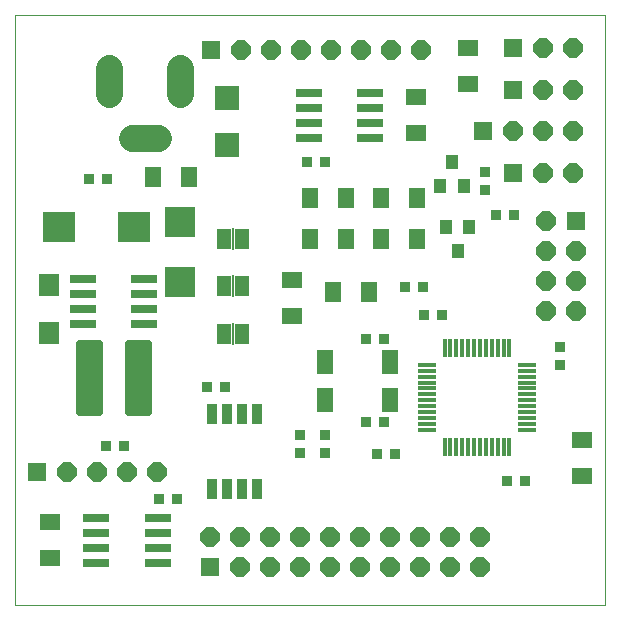
<source format=gts>
G75*
%MOIN*%
%OFA0B0*%
%FSLAX24Y24*%
%IPPOS*%
%LPD*%
%AMOC8*
5,1,8,0,0,1.08239X$1,22.5*
%
%ADD10C,0.0000*%
%ADD11R,0.0620X0.0150*%
%ADD12R,0.0150X0.0620*%
%ADD13R,0.0906X0.0276*%
%ADD14R,0.1064X0.0985*%
%ADD15R,0.1024X0.1044*%
%ADD16R,0.0827X0.0827*%
%ADD17R,0.0355X0.0355*%
%ADD18C,0.0227*%
%ADD19R,0.0709X0.0749*%
%ADD20C,0.0900*%
%ADD21R,0.0552X0.0670*%
%ADD22R,0.0640X0.0640*%
%ADD23OC8,0.0640*%
%ADD24R,0.0670X0.0552*%
%ADD25R,0.0552X0.0788*%
%ADD26R,0.0360X0.0700*%
%ADD27R,0.0434X0.0512*%
%ADD28R,0.0500X0.0670*%
%ADD29R,0.0060X0.0720*%
D10*
X000500Y000500D02*
X000500Y020185D01*
X020185Y020185D01*
X020185Y000500D01*
X000500Y000500D01*
X000500Y020185D01*
X020185Y020185D01*
X020185Y000500D01*
X000500Y000500D01*
D11*
X014246Y006345D03*
X014246Y006535D03*
X014246Y006735D03*
X014246Y006935D03*
X014246Y007125D03*
X014246Y007325D03*
X014246Y007525D03*
X014246Y007725D03*
X014246Y007915D03*
X014246Y008115D03*
X014246Y008315D03*
X014246Y008505D03*
X017566Y008505D03*
X017566Y008315D03*
X017566Y008115D03*
X017566Y007915D03*
X017566Y007725D03*
X017566Y007525D03*
X017566Y007325D03*
X017566Y007125D03*
X017566Y006935D03*
X017566Y006735D03*
X017566Y006535D03*
X017566Y006345D03*
D12*
X016986Y005765D03*
X016796Y005765D03*
X016596Y005765D03*
X016396Y005765D03*
X016206Y005765D03*
X016006Y005765D03*
X015806Y005765D03*
X015606Y005765D03*
X015416Y005765D03*
X015216Y005765D03*
X015016Y005765D03*
X014826Y005765D03*
X014826Y009085D03*
X015016Y009085D03*
X015216Y009085D03*
X015416Y009085D03*
X015606Y009085D03*
X015806Y009085D03*
X016006Y009085D03*
X016206Y009085D03*
X016396Y009085D03*
X016596Y009085D03*
X016796Y009085D03*
X016986Y009085D03*
D13*
X012350Y016089D03*
X012350Y016589D03*
X012350Y017089D03*
X012350Y017589D03*
X010303Y017589D03*
X010303Y017089D03*
X010303Y016589D03*
X010303Y016089D03*
X004823Y011360D03*
X004823Y010860D03*
X004823Y010360D03*
X004823Y009860D03*
X002776Y009860D03*
X002776Y010360D03*
X002776Y010860D03*
X002776Y011360D03*
X003217Y003415D03*
X003217Y002915D03*
X003217Y002415D03*
X003217Y001915D03*
X005264Y001915D03*
X005264Y002415D03*
X005264Y002915D03*
X005264Y003415D03*
D14*
X004482Y013091D03*
X001982Y013091D03*
D15*
X006020Y013260D03*
X006020Y011260D03*
D16*
X007579Y015835D03*
X007579Y017409D03*
D17*
X010239Y015264D03*
X010839Y015264D03*
X013519Y011102D03*
X014119Y011102D03*
X014133Y010181D03*
X014733Y010181D03*
X012808Y009358D03*
X012208Y009358D03*
X012208Y006602D03*
X012808Y006602D03*
X012578Y005547D03*
X013178Y005547D03*
X010854Y005586D03*
X010854Y006186D03*
X010000Y006170D03*
X010000Y005570D03*
X007493Y007783D03*
X006893Y007783D03*
X004146Y005815D03*
X003546Y005815D03*
X005318Y004043D03*
X005918Y004043D03*
X016165Y014357D03*
X016165Y014957D03*
X016539Y013492D03*
X017139Y013492D03*
X018661Y009103D03*
X018661Y008503D03*
X017509Y004642D03*
X016909Y004642D03*
X003560Y014724D03*
X002960Y014724D03*
D18*
X003324Y009238D02*
X003324Y006944D01*
X002644Y006944D01*
X002644Y009238D01*
X003324Y009238D01*
X003324Y007170D02*
X002644Y007170D01*
X002644Y007396D02*
X003324Y007396D01*
X003324Y007622D02*
X002644Y007622D01*
X002644Y007848D02*
X003324Y007848D01*
X003324Y008074D02*
X002644Y008074D01*
X002644Y008300D02*
X003324Y008300D01*
X003324Y008526D02*
X002644Y008526D01*
X002644Y008752D02*
X003324Y008752D01*
X003324Y008978D02*
X002644Y008978D01*
X002644Y009204D02*
X003324Y009204D01*
X004258Y009238D02*
X004258Y006944D01*
X004258Y009238D02*
X004938Y009238D01*
X004938Y006944D01*
X004258Y006944D01*
X004258Y007170D02*
X004938Y007170D01*
X004938Y007396D02*
X004258Y007396D01*
X004258Y007622D02*
X004938Y007622D01*
X004938Y007848D02*
X004258Y007848D01*
X004258Y008074D02*
X004938Y008074D01*
X004938Y008300D02*
X004258Y008300D01*
X004258Y008526D02*
X004938Y008526D01*
X004938Y008752D02*
X004258Y008752D01*
X004258Y008978D02*
X004938Y008978D01*
X004938Y009204D02*
X004258Y009204D01*
D19*
X001646Y009559D03*
X001646Y011173D03*
D20*
X004401Y016071D02*
X005261Y016071D01*
X006012Y017531D02*
X006012Y018391D01*
X003650Y018391D02*
X003650Y017531D01*
D21*
X005101Y014783D03*
X006301Y014783D03*
X010333Y014083D03*
X011533Y014083D03*
X012695Y014083D03*
X013895Y014083D03*
X013895Y012705D03*
X012695Y012705D03*
X011533Y012705D03*
X010333Y012705D03*
X011120Y010933D03*
X012320Y010933D03*
D22*
X017106Y014913D03*
X016110Y016299D03*
X017106Y017677D03*
X017110Y019059D03*
X019197Y013291D03*
X007039Y019004D03*
X001256Y004953D03*
X007024Y001772D03*
D23*
X008024Y001772D03*
X009024Y001772D03*
X010024Y001772D03*
X011024Y001772D03*
X012024Y001772D03*
X013024Y001772D03*
X014024Y001772D03*
X015024Y001772D03*
X016024Y001772D03*
X016024Y002772D03*
X015024Y002772D03*
X014024Y002772D03*
X013024Y002772D03*
X012024Y002772D03*
X011024Y002772D03*
X010024Y002772D03*
X009024Y002772D03*
X008024Y002772D03*
X007024Y002772D03*
X005256Y004953D03*
X004256Y004953D03*
X003256Y004953D03*
X002256Y004953D03*
X008039Y019004D03*
X009039Y019004D03*
X010039Y019004D03*
X011039Y019004D03*
X012039Y019004D03*
X013039Y019004D03*
X014039Y019004D03*
X017110Y016299D03*
X018110Y016299D03*
X019110Y016299D03*
X019106Y017677D03*
X018106Y017677D03*
X018110Y019059D03*
X019110Y019059D03*
X019106Y014913D03*
X018106Y014913D03*
X018197Y013291D03*
X018197Y012291D03*
X018197Y011291D03*
X018197Y010291D03*
X019197Y010291D03*
X019197Y011291D03*
X019197Y012291D03*
D24*
X013886Y016239D03*
X013886Y017439D03*
X015606Y017888D03*
X015606Y019088D03*
X009752Y011336D03*
X009752Y010136D03*
X001681Y003265D03*
X001681Y002065D03*
X019398Y004821D03*
X019398Y006021D03*
D25*
X013000Y007350D03*
X013000Y008610D03*
X010835Y008610D03*
X010835Y007350D03*
D26*
X008587Y006868D03*
X008087Y006868D03*
X007587Y006868D03*
X007087Y006868D03*
X007087Y004368D03*
X007587Y004368D03*
X008087Y004368D03*
X008587Y004368D03*
D27*
X015264Y012311D03*
X015657Y013098D03*
X014870Y013098D03*
X014673Y014476D03*
X015461Y014476D03*
X015067Y015264D03*
D28*
X008083Y012705D03*
X007483Y012705D03*
X007483Y011130D03*
X008083Y011130D03*
X008083Y009555D03*
X007483Y009555D03*
D29*
X007783Y009555D03*
X007783Y011130D03*
X007783Y012705D03*
M02*

</source>
